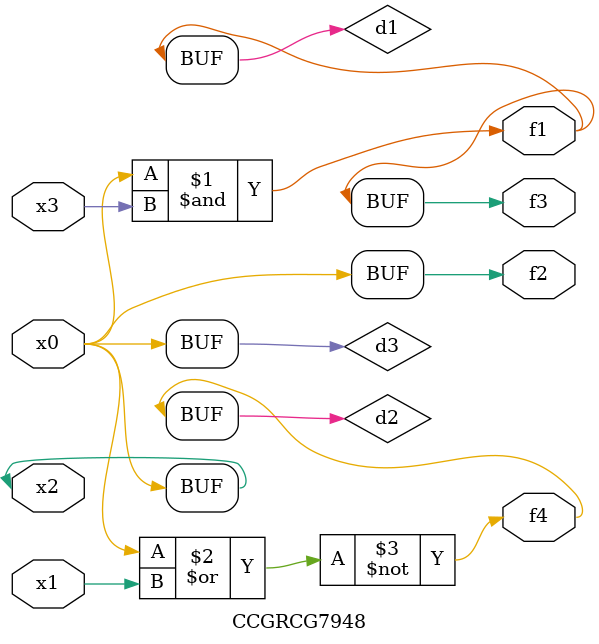
<source format=v>
module CCGRCG7948(
	input x0, x1, x2, x3,
	output f1, f2, f3, f4
);

	wire d1, d2, d3;

	and (d1, x2, x3);
	nor (d2, x0, x1);
	buf (d3, x0, x2);
	assign f1 = d1;
	assign f2 = d3;
	assign f3 = d1;
	assign f4 = d2;
endmodule

</source>
